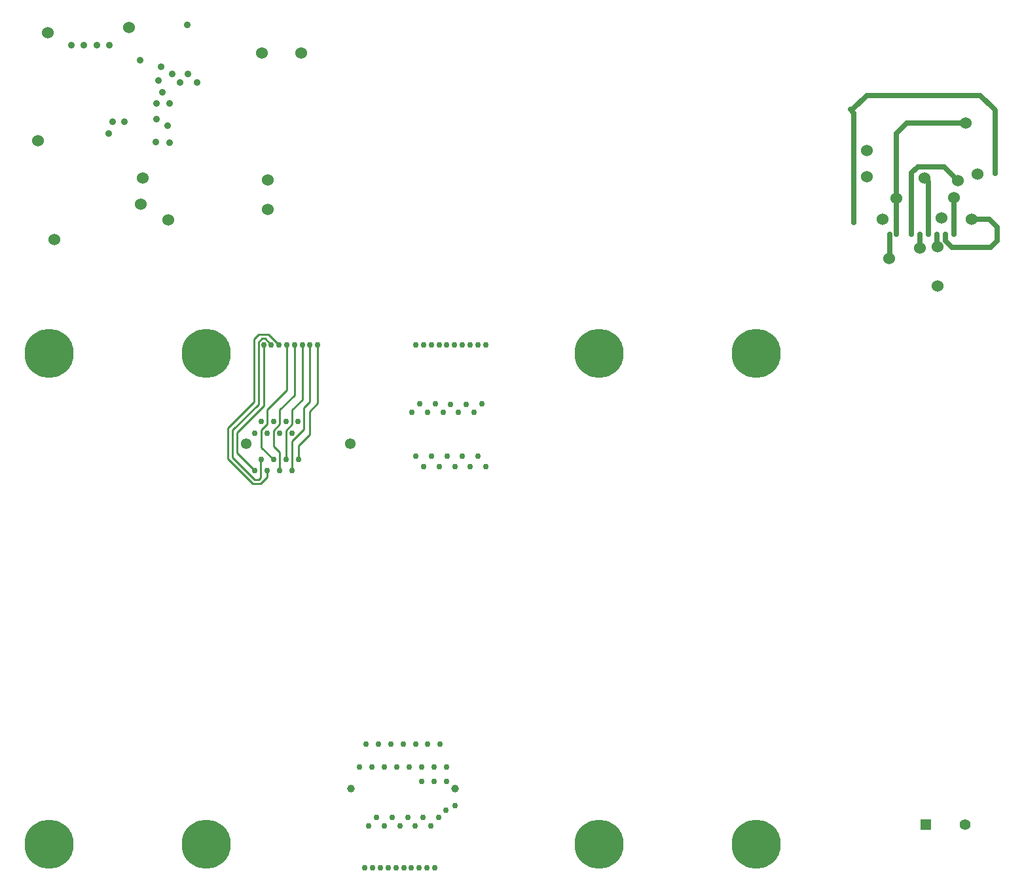
<source format=gbr>
G04 start of page 4 for group 2 idx 2 *
G04 Title: (unknown), 4Sig *
G04 Creator: pcb 20110918 *
G04 CreationDate: Wed Nov 13 23:37:03 2013 UTC *
G04 For: fosse *
G04 Format: Gerber/RS-274X *
G04 PCB-Dimensions: 550000 2400000 *
G04 PCB-Coordinate-Origin: lower left *
%MOIN*%
%FSLAX25Y25*%
%LNGROUP2*%
%ADD252C,0.0354*%
%ADD251C,0.1090*%
%ADD250C,0.0200*%
%ADD249C,0.0350*%
%ADD248C,0.0360*%
%ADD247C,0.0600*%
%ADD246C,0.0300*%
%ADD245C,0.0550*%
%ADD244C,0.0001*%
%ADD243C,0.0394*%
%ADD242C,0.0544*%
%ADD241C,0.2500*%
%ADD240C,0.0150*%
%ADD239C,0.0100*%
%ADD238C,0.0250*%
G54D238*X473500Y2313500D02*X503500D01*
X468000Y2308000D02*X473500Y2313500D01*
X468000Y2308000D02*Y2275000D01*
X497579Y2275421D02*X497500Y2275500D01*
X492500Y2291000D02*X499500Y2284000D01*
X479000Y2291000D02*X492500D01*
X475926Y2287926D02*X479000Y2291000D01*
X484587Y2283413D02*X482500Y2285500D01*
X475926Y2287926D02*Y2256547D01*
X446614Y2318477D02*Y2262748D01*
X484587Y2283413D02*Y2256547D01*
X510820Y2327500D02*X517660Y2320660D01*
X518564Y2319756D02*X517973Y2320347D01*
X518564Y2319756D02*Y2287650D01*
X453000Y2327500D02*X510820D01*
X445847Y2320347D02*X453000Y2327500D01*
X444744Y2320347D02*X445847D01*
X446614Y2318477D02*X444744Y2320347D01*
X468248Y2274752D02*X468000Y2275000D01*
X468248Y2274752D02*Y2256547D01*
X464902Y2244902D02*X464500Y2244500D01*
X464902Y2256547D02*Y2244902D01*
X480256Y2256547D02*Y2249756D01*
X506500Y2264500D02*X515500D01*
X519500Y2260500D02*X515500Y2264500D01*
X518500Y2287586D02*X518564Y2287650D01*
X519500Y2260500D02*Y2253500D01*
X516000Y2250000D02*X519500Y2253500D01*
X496500Y2250000D02*X516000D01*
X493248Y2253252D02*X496500Y2250000D01*
X493248Y2256547D02*Y2253252D01*
X497579Y2275421D02*Y2256547D01*
X488918Y2250582D02*X489000Y2250500D01*
X488918Y2256547D02*Y2250582D01*
G54D239*X146000Y2200500D02*Y2169400D01*
X143300Y2201700D02*Y2170100D01*
X149900Y2200500D02*X146800Y2203600D01*
X145200D01*
X143300Y2201700D01*
X153900Y2200500D02*X148600Y2205800D01*
X143500D01*
X141100Y2203400D01*
Y2171200D01*
G54D240*X239299Y2200461D02*X239270Y2200490D01*
X247199Y2200461D02*X247170Y2200490D01*
X223570Y2143746D02*X223525Y2143700D01*
X227515Y2138285D02*X227570Y2138230D01*
X231470Y2143772D02*X231399Y2143700D01*
X235381Y2138260D02*X235410Y2138230D01*
X243291Y2138260D02*X243320Y2138230D01*
X251111Y2138302D02*X251040Y2138230D01*
X255099Y2200435D02*X255044Y2200490D01*
X259005Y2138276D02*X258960Y2138230D01*
G54D239*X146000Y2169400D02*X132400Y2155800D01*
X147800Y2167200D02*Y2160000D01*
X144700Y2156900D01*
Y2148170D01*
X143300Y2170100D02*X130100Y2156900D01*
X141100Y2171200D02*X127950Y2158050D01*
X130100Y2156900D02*Y2143100D01*
X127950Y2158050D02*Y2142250D01*
X130100Y2143100D02*X141500Y2131700D01*
X144600Y2132800D02*Y2141830D01*
X127950Y2142250D02*X140500Y2129700D01*
X144400D01*
X141500Y2131700D02*X143500D01*
X144600Y2132800D01*
X144400Y2129700D02*X147800Y2133100D01*
Y2136200D01*
X147823Y2136223D01*
X132400Y2155800D02*Y2145300D01*
X141500Y2136200D01*
X144600Y2141830D02*X144620Y2141850D01*
X144700Y2148170D02*X151020Y2141850D01*
X154100Y2145700D02*Y2136246D01*
X154123Y2136223D01*
X157300Y2156800D02*Y2141870D01*
X157320Y2141850D01*
X160400Y2151400D02*Y2136246D01*
X160423Y2136223D01*
X157800Y2200500D02*Y2177200D01*
X161700Y2200500D02*Y2174800D01*
X165700Y2200500D02*Y2172500D01*
X169600Y2200500D02*Y2171500D01*
X157800Y2177200D02*X147800Y2167200D01*
X161700Y2174800D02*X154100Y2167200D01*
X165700Y2172500D02*X160400Y2167200D01*
X169600Y2171500D02*X166500Y2168400D01*
X173600Y2200500D02*Y2170700D01*
X169400Y2166500D01*
X154100Y2167200D02*Y2159900D01*
X160400Y2167200D02*Y2159900D01*
X157300Y2156800D01*
X154100Y2159900D02*X151000Y2156800D01*
Y2148800D01*
X154100Y2145700D01*
X166500Y2168400D02*Y2157500D01*
X160400Y2151400D01*
X169400Y2166500D02*Y2154800D01*
X163700Y2149100D01*
Y2141930D01*
X163620Y2141850D01*
G54D241*X396700Y2196100D03*
Y1946100D03*
X316700D03*
X36700Y2196100D03*
X116700D03*
X316700D03*
X36700Y1946100D03*
X116700D03*
G54D242*X190166Y2149966D03*
X137016D03*
G54D243*X190425Y1974204D03*
X243575D03*
G54D244*G36*
X480434Y1958715D02*Y1953215D01*
X485934D01*
Y1958715D01*
X480434D01*
G37*
G54D245*X503184Y1955965D03*
G54D246*X197500Y1934000D03*
X201539Y1934039D03*
X205476Y1934024D03*
X209500Y1934000D03*
X213300D03*
X217300D03*
X221200D03*
X225100D03*
X229100D03*
X233100D03*
X199500Y1955200D03*
X203500Y1959700D03*
X207500Y1955200D03*
X211500Y1959700D03*
X215300Y1955200D03*
X219300Y1959700D03*
X223200Y1955200D03*
X227200Y1959700D03*
X231100Y1955200D03*
X235100Y1959700D03*
X238700Y1963200D03*
X243300Y1965600D03*
X194900Y1985500D03*
X198100Y1996900D03*
X201200Y1985500D03*
X204400Y1996900D03*
X207500Y1985500D03*
X210700Y1996900D03*
X213800Y1985500D03*
X217000Y1996900D03*
X220100Y1985500D03*
X226500Y1977900D03*
X232800D03*
X239100D03*
X223300Y1996900D03*
X229600D03*
X235900D03*
X226400Y1985500D03*
X232700D03*
X239000D03*
X144720Y2161450D03*
X163520D03*
X157320D03*
X151020D03*
X144620Y2141850D03*
X163620D03*
X157320D03*
X151020D03*
X160423Y2136223D03*
X154123D03*
X147823D03*
X141500Y2136200D03*
X160392Y2155308D03*
X154092D03*
X147792D03*
X141500Y2155300D03*
X223570Y2200490D03*
X227470D03*
X231470D03*
X235370D03*
X239270D03*
X243270D03*
X247170D03*
X251170D03*
X255044D03*
X259044D03*
X258960Y2138230D03*
X255099Y2143700D03*
X251040Y2138230D03*
X247199Y2143700D03*
X243320Y2138230D03*
X239316Y2143718D03*
X235410Y2138230D03*
X231399Y2143700D03*
X227570Y2138230D03*
X223525Y2143700D03*
X237300Y2165900D03*
X233400Y2170200D03*
X229500Y2165900D03*
X225500Y2170200D03*
X221600Y2165900D03*
X253048D03*
X249200Y2170100D03*
X257000Y2170400D03*
X245248Y2165900D03*
X241248Y2170148D03*
G54D247*X499500Y2284000D03*
X482500Y2285500D03*
X509500Y2287500D03*
X503500Y2313500D03*
X453000Y2299500D03*
Y2286000D03*
X489000Y2230500D03*
X480256Y2249756D03*
X489000Y2250500D03*
X464500Y2244500D03*
X468000Y2275000D03*
X461000Y2264500D03*
X497500Y2275500D03*
X506500Y2264500D03*
X491000Y2265000D03*
G54D246*X146000Y2200500D03*
G54D247*X39500Y2254000D03*
G54D246*X149900Y2200500D03*
G54D247*X148000Y2269500D03*
Y2284500D03*
G54D246*X153900Y2200500D03*
X157800D03*
X161700D03*
X165700D03*
X169600D03*
X173600D03*
G54D247*X83500Y2272000D03*
X97500Y2264000D03*
X84500Y2285500D03*
G54D248*X112000Y2334000D03*
X94500Y2329000D03*
X92500Y2335000D03*
X107500Y2338500D03*
X99500D03*
G54D247*X165000Y2349000D03*
X145000D03*
G54D248*X103500Y2334000D03*
X107000Y2363500D03*
X93847Y2342153D03*
G54D247*X77500Y2362000D03*
X36000Y2359500D03*
G54D248*X48000Y2353000D03*
X67500D03*
X61000D03*
X54500D03*
X83000Y2345500D03*
G54D247*X31000Y2304500D03*
G54D248*X67000Y2308000D03*
X69000Y2314000D03*
X75000D03*
X98000Y2323500D03*
X97000Y2312000D03*
X91500Y2315500D03*
X98000Y2303500D03*
X91279Y2303721D03*
X91406Y2323406D03*
G54D240*G54D249*G54D240*G54D249*G54D240*G54D249*G54D240*G54D249*G54D250*G54D249*G54D250*G54D249*G54D250*G54D249*G54D250*G54D251*G54D252*G54D246*M02*

</source>
